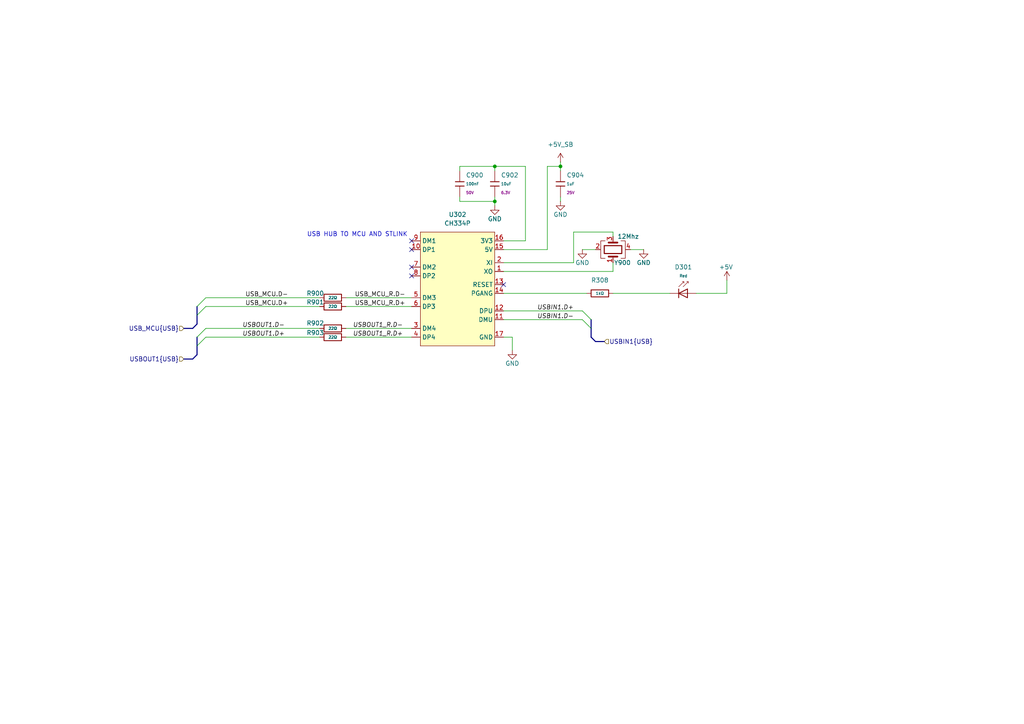
<source format=kicad_sch>
(kicad_sch (version 20250114) (generator "eeschema") (generator_version "9.0")
  (paper "A4")
  (title_block (title "ModuCard power supply unit") (date "2025-08-05") (rev "0") (company "KoNaR") (comment 1 "Base project authors: Dominik Pluta, Artem Horiunov") (comment 2 "Project author: Maciej Chodowiec"))
  (lib_symbols
    (symbol "CH334P:CH334P"
      (property "Reference" "U" (at -8.89 7.62 0))
      (property "Value" "CH334P" (at -1.27 1.27 0))
      (symbol "CH334P_1_1"
        (rectangle (start -10.16 6.35) (end 11.43 -26.67) (fill (type background)))
        (pin input line (at -12.7 3.81 0) (length 2.54) (name "DM1") (number "9"))
        (pin input line (at -12.7 1.27 0) (length 2.54) (name "DP1") (number "10"))
        (pin input line (at -12.7 -3.81 0) (length 2.54) (name "DM2") (number "7"))
        (pin input line (at -12.7 -6.35 0) (length 2.54) (name "DP2") (number "8"))
        (pin input line (at -12.7 -12.7 0) (length 2.54) (name "DM3") (number "5"))
        (pin input line (at -12.7 -15.24 0) (length 2.54) (name "DP3") (number "6"))
        (pin input line (at -12.7 -21.59 0) (length 2.54) (name "DM4") (number "3"))
        (pin input line (at -12.7 -24.13 0) (length 2.54) (name "DP4") (number "4"))
        (pin input line (at 13.97 3.81 180) (length 2.54) (name "3V3") (number "16"))
        (pin input line (at 13.97 1.27 180) (length 2.54) (name "5V") (number "15"))
        (pin input line (at 13.97 -2.54 180) (length 2.54) (name "XI") (number "2"))
        (pin input line (at 13.97 -5.08 180) (length 2.54) (name "XO") (number "1"))
        (pin input line (at 13.97 -8.89 180) (length 2.54) (name "RESET") (number "13"))
        (pin input line (at 13.97 -11.43 180) (length 2.54) (name "PGANG") (number "14"))
        (pin input line (at 13.97 -16.51 180) (length 2.54) (name "DPU") (number "12"))
        (pin input line (at 13.97 -19.05 180) (length 2.54) (name "DMU") (number "11"))
        (pin input line (at 13.97 -24.13 180) (length 2.54) (name "GND") (number "17"))
      )
    )
    (symbol "Device:Crystal_GND24" (pin_names (offset 1.016) (hide yes))
      (property "Reference" "Y" (at 3.175 5.08 0))
      (property "Value" "Crystal_GND24" (at 3.175 3.175 0))
      (symbol "Crystal_GND24_0_1"
        (polyline (pts (xy -2.54 2.286) (xy -2.54 3.556) (xy 2.54 3.556) (xy 2.54 2.286)))
        (polyline (pts (xy -2.54 0) (xy -2.032 0)))
        (polyline (pts (xy -2.54 -2.286) (xy -2.54 -3.556) (xy 2.54 -3.556) (xy 2.54 -2.286)))
        (polyline (pts (xy -2.032 -1.27) (xy -2.032 1.27)) (stroke (width 0.508)))
        (rectangle (start -1.143 2.54) (end 1.143 -2.54) (stroke (width 0.3048)))
        (polyline (pts (xy 0 3.556) (xy 0 3.81)))
        (polyline (pts (xy 0 -3.81) (xy 0 -3.556)))
        (polyline (pts (xy 2.032 0) (xy 2.54 0)))
        (polyline (pts (xy 2.032 -1.27) (xy 2.032 1.27)) (stroke (width 0.508)))
      )
      (symbol "Crystal_GND24_1_1"
        (pin passive line (at -3.81 0 0) (length 1.27) (name "1") (number "1"))
        (pin passive line (at 0 5.08 270) (length 1.27) (name "2") (number "2"))
        (pin passive line (at 0 -5.08 90) (length 1.27) (name "4") (number "4"))
        (pin passive line (at 3.81 0 180) (length 1.27) (name "3") (number "3"))
      )
    )
    (symbol "PCM_JLCPCB-Capacitors:0402,100nF,(2)" (pin_numbers (hide yes)) (pin_names (offset 0))
      (property "Reference" "C" (at 2.032 1.668 0))
      (property "Value" "100nF" (at 2.032 -0.3782 0))
      (property "Voltage Rated" "50V" (at 2.032 -2.0462 0))
      (symbol "0402,100nF,(2)_0_1"
        (polyline (pts (xy -1.27 0.635) (xy 1.27 0.635)) (stroke (width 0.254)))
        (polyline (pts (xy -1.27 -0.635) (xy 1.27 -0.635)) (stroke (width 0.254)))
      )
      (symbol "0402,100nF,(2)_1_1"
        (pin passive line (at 0 3.81 270) (length 3.175) (name "~") (number "1"))
        (pin passive line (at 0 -3.81 90) (length 3.175) (name "~") (number "2"))
      )
    )
    (symbol "PCM_JLCPCB-Capacitors:0402,10uF" (pin_numbers (hide yes)) (pin_names (offset 0))
      (property "Reference" "C" (at 2.032 1.668 0))
      (property "Value" "10uF" (at 2.032 -0.3782 0))
      (property "Voltage Rated" "6.3V" (at 2.032 -2.0462 0))
      (symbol "0402,10uF_0_1"
        (polyline (pts (xy -1.27 0.635) (xy 1.27 0.635)) (stroke (width 0.254)))
        (polyline (pts (xy -1.27 -0.635) (xy 1.27 -0.635)) (stroke (width 0.254)))
      )
      (symbol "0402,10uF_1_1"
        (pin passive line (at 0 3.81 270) (length 3.175) (name "~") (number "1"))
        (pin passive line (at 0 -3.81 90) (length 3.175) (name "~") (number "2"))
      )
    )
    (symbol "PCM_JLCPCB-Capacitors:0402,1uF" (pin_numbers (hide yes)) (pin_names (offset 0))
      (property "Reference" "C" (at 2.032 1.668 0))
      (property "Value" "1uF" (at 2.032 -0.3782 0))
      (property "Voltage Rated" "25V" (at 2.032 -2.0462 0))
      (symbol "0402,1uF_0_1"
        (polyline (pts (xy -1.27 0.635) (xy 1.27 0.635)) (stroke (width 0.254)))
        (polyline (pts (xy -1.27 -0.635) (xy 1.27 -0.635)) (stroke (width 0.254)))
      )
      (symbol "0402,1uF_1_1"
        (pin passive line (at 0 3.81 270) (length 3.175) (name "~") (number "1"))
        (pin passive line (at 0 -3.81 90) (length 3.175) (name "~") (number "2"))
      )
    )
    (symbol "PCM_JLCPCB-Diodes:LED,0603,Red" (pin_numbers (hide yes)) (pin_names (offset 0))
      (property "Reference" "D" (at 2.032 0.834 0))
      (property "Value" "Red" (at 2.032 -1.2122 0))
      (symbol "LED,0603,Red_0_1"
        (polyline (pts (xy -1.905 0) (xy -3.429 1.524) (xy -3.429 1.016) (xy -3.429 1.524) (xy -2.921 1.524)) (stroke (width 0.127)))
        (polyline (pts (xy -1.905 -1.27) (xy -3.429 0.254) (xy -3.429 -0.254) (xy -3.429 0.254) (xy -2.921 0.254)) (stroke (width 0.127)))
        (polyline (pts (xy -1.27 1.27) (xy 0 -1.27) (xy 1.27 1.27) (xy -1.27 1.27)) (stroke (width 0.254)))
        (polyline (pts (xy -1.27 -1.27) (xy 1.27 -1.27)) (stroke (width 0.254)))
      )
      (symbol "LED,0603,Red_1_1"
        (pin passive line (at 0 3.81 270) (length 3.81) (name "~") (number "2"))
        (pin passive line (at 0 -3.81 90) (length 3.81) (name "~") (number "1"))
      )
    )
    (symbol "PCM_JLCPCB-Resistors:0402,1kΩ" (pin_numbers (hide yes)) (pin_names (offset 0))
      (property "Reference" "R" (at 1.778 0 0))
      (property "Value" "1kΩ" (at 0 0 90))
      (symbol "0402,1kΩ_0_1"
        (rectangle (start -1.016 2.54) (end 1.016 -2.54) (stroke (width 0.254)))
      )
      (symbol "0402,1kΩ_1_1"
        (pin passive line (at 0 3.81 270) (length 1.27) (name "~") (number "1"))
        (pin passive line (at 0 -3.81 90) (length 1.27) (name "~") (number "2"))
      )
    )
    (symbol "PCM_JLCPCB-Resistors:0402,22Ω" (pin_numbers (hide yes)) (pin_names (offset 0))
      (property "Reference" "R" (at 1.778 0 0))
      (property "Value" "22Ω" (at 0 0 90))
      (symbol "0402,22Ω_0_1"
        (rectangle (start -1.016 2.54) (end 1.016 -2.54) (stroke (width 0.254)))
      )
      (symbol "0402,22Ω_1_1"
        (pin passive line (at 0 3.81 270) (length 1.27) (name "~") (number "1"))
        (pin passive line (at 0 -3.81 90) (length 1.27) (name "~") (number "2"))
      )
    )
    (symbol "power:+5V" (power) (pin_numbers (hide yes)) (pin_names (offset 0) (hide yes))
      (property "Value" "+5V" (at 0 3.556 0))
      (symbol "+5V_0_1"
        (polyline (pts (xy -0.762 1.27) (xy 0 2.54)))
        (polyline (pts (xy 0 2.54) (xy 0.762 1.27)))
        (polyline (pts (xy 0 0) (xy 0 2.54)))
      )
      (symbol "+5V_1_1"
        (pin power_in line (at 0 0 90) (length 0) (name "~") (number "1"))
      )
    )
    (symbol "power:GND" (power) (pin_numbers (hide yes)) (pin_names (offset 0) (hide yes))
      (property "Value" "GND" (at 0 -3.81 0))
      (symbol "GND_0_1"
        (polyline (pts (xy 0 0) (xy 0 -1.27) (xy 1.27 -1.27) (xy 0 -2.54) (xy -1.27 -1.27) (xy 0 -1.27)))
      )
      (symbol "GND_1_1"
        (pin power_in line (at 0 0 270) (length 0) (name "~") (number "1"))
      )
    )
  )
  (bus_alias "USB" (members "D+" "D-"))
  (text "USB HUB TO MCU AND STLINK" (at 103.632 68.072 0) (effects (font (size 1.27 1.27))))
  (junction (at 162.56 48.26))
  (junction (at 143.51 58.42))
  (junction (at 143.51 48.26))
  (no_connect (at 119.38 80.01))
  (no_connect (at 119.38 77.47))
  (no_connect (at 119.38 69.85))
  (no_connect (at 146.05 82.55))
  (no_connect (at 119.38 72.39))
  (bus_entry (at 59.69 86.36) (size -2.54 2.54))
  (bus_entry (at 171.45 95.25) (size -2.54 -2.54))
  (bus_entry (at 59.69 95.25) (size -2.54 2.54))
  (bus_entry (at 59.69 97.79) (size -2.54 2.54))
  (bus_entry (at 171.45 92.71) (size -2.54 -2.54))
  (bus_entry (at 59.69 88.9) (size -2.54 2.54))
  (wire (pts (xy 133.35 48.26) (xy 143.51 48.26)))
  (wire (pts (xy 59.69 97.79) (xy 92.71 97.79)))
  (wire (pts (xy 182.88 72.39) (xy 186.69 72.39)))
  (wire (pts (xy 59.69 95.25) (xy 92.71 95.25)))
  (wire (pts (xy 158.75 48.26) (xy 158.75 72.39)))
  (wire (pts (xy 146.05 90.17) (xy 168.91 90.17)))
  (wire (pts (xy 201.93 85.09) (xy 210.82 85.09)))
  (bus (pts (xy 57.15 91.44) (xy 57.15 93.98)))
  (wire (pts (xy 168.91 72.39) (xy 172.72 72.39)))
  (wire (pts (xy 143.51 57.15) (xy 143.51 58.42)))
  (bus (pts (xy 53.34 95.25) (xy 55.88 95.25)))
  (wire (pts (xy 162.56 46.99) (xy 162.56 48.26)))
  (bus (pts (xy 57.15 88.9) (xy 57.15 91.44)))
  (wire (pts (xy 166.37 67.31) (xy 177.8 67.31)))
  (wire (pts (xy 152.4 48.26) (xy 152.4 69.85)))
  (wire (pts (xy 143.51 58.42) (xy 143.51 59.69)))
  (wire (pts (xy 146.05 69.85) (xy 152.4 69.85)))
  (bus (pts (xy 57.15 100.33) (xy 57.15 102.87)))
  (bus (pts (xy 172.72 99.06) (xy 171.45 97.79)))
  (bus (pts (xy 57.15 97.79) (xy 57.15 100.33)))
  (wire (pts (xy 146.05 92.71) (xy 168.91 92.71)))
  (wire (pts (xy 146.05 78.74) (xy 177.8 78.74)))
  (wire (pts (xy 210.82 85.09) (xy 210.82 81.28)))
  (wire (pts (xy 59.69 86.36) (xy 92.71 86.36)))
  (bus (pts (xy 53.34 104.14) (xy 55.88 104.14)))
  (wire (pts (xy 133.35 58.42) (xy 143.51 58.42)))
  (wire (pts (xy 148.59 101.6) (xy 148.59 97.79)))
  (wire (pts (xy 133.35 58.42) (xy 133.35 57.15)))
  (wire (pts (xy 152.4 48.26) (xy 143.51 48.26)))
  (bus (pts (xy 57.15 93.98) (xy 55.88 95.25)))
  (wire (pts (xy 100.33 88.9) (xy 119.38 88.9)))
  (wire (pts (xy 162.56 49.53) (xy 162.56 48.26)))
  (wire (pts (xy 146.05 72.39) (xy 158.75 72.39)))
  (wire (pts (xy 146.05 85.09) (xy 170.18 85.09)))
  (wire (pts (xy 148.59 97.79) (xy 146.05 97.79)))
  (wire (pts (xy 133.35 48.26) (xy 133.35 49.53)))
  (wire (pts (xy 100.33 86.36) (xy 119.38 86.36)))
  (bus (pts (xy 172.72 99.06) (xy 175.26 99.06)))
  (wire (pts (xy 143.51 49.53) (xy 143.51 48.26)))
  (bus (pts (xy 171.45 92.71) (xy 171.45 95.25)))
  (wire (pts (xy 177.8 85.09) (xy 194.31 85.09)))
  (bus (pts (xy 57.15 102.87) (xy 55.88 104.14)))
  (wire (pts (xy 146.05 76.2) (xy 166.37 76.2)))
  (wire (pts (xy 166.37 67.31) (xy 166.37 76.2)))
  (wire (pts (xy 100.33 97.79) (xy 119.38 97.79)))
  (wire (pts (xy 59.69 88.9) (xy 92.71 88.9)))
  (wire (pts (xy 100.33 95.25) (xy 119.38 95.25)))
  (wire (pts (xy 177.8 67.31) (xy 177.8 68.58)))
  (wire (pts (xy 177.8 76.2) (xy 177.8 78.74)))
  (bus (pts (xy 171.45 95.25) (xy 171.45 97.79)))
  (wire (pts (xy 162.56 57.15) (xy 162.56 58.42)))
  (wire (pts (xy 158.75 48.26) (xy 162.56 48.26)))
  (label "USBIN1.D-" (at 166.37 92.71 180) (effects (font (italic yes))))
  (label "USB_MCU.D+" (at 71.12 88.9 0))
  (label "USBIN1.D+" (at 166.37 90.17 180) (effects (font (italic yes))))
  (label "USB_MCU_R.D+" (at 102.87 88.9 0))
  (label "USB_MCU_R.D-" (at 102.87 86.36 0))
  (label "USB_MCU.D-" (at 71.12 86.36 0))
  (label "USBOUT1.D-" (at 82.55 95.25 180) (effects (font (italic yes))))
  (label "USBOUT1_R.D+" (at 116.84 97.79 180) (effects (font (italic yes))))
  (label "USBOUT1.D+" (at 82.55 97.79 180) (effects (font (italic yes))))
  (label "USBOUT1_R.D-" (at 116.84 95.25 180) (effects (font (italic yes))))
  (hierarchical_label "USBIN1{USB}" (shape input) (at 175.26 99.06 0))
  (hierarchical_label "USBOUT1{USB}" (shape input) (at 53.34 104.14 180))
  (hierarchical_label "USB_MCU{USB}" (shape input) (at 53.34 95.25 180))
  (symbol (lib_id "PCM_JLCPCB-Resistors:0402,22Ω") (at 96.52 86.36 90) (unit 1)
    (property "Reference" "R900" (at 91.44 85.09 90))
    (property "Value" "22Ω" (at 96.52 86.36 90) (effects (font (size 0.8 0.8))))
    (property "Footprint" "PCM_JLCPCB:R_0402" (effects (hide yes)))
    (property "Datasheet" "https://www.lcsc.com/datasheet/lcsc_datasheet_2205311900_UNI-ROYAL-Uniroyal-Elec-0402WGF220JTCE_C25092.pdf" (effects (hide yes)))
    (property "Description" "62.5mW Thick Film Resistors 50V ±1% ±100ppm/°C 22Ω 0402 Chip Resistor - Surface Mount ROHS" (effects (hide yes)))
    (property "LCSC" "C25092" (effects (hide yes)))
    (property "Stock" "7466061" (effects (hide yes)))
    (property "Price" "0.004USD" (effects (hide yes)))
    (property "Process" "SMT" (effects (hide yes)))
    (property "Minimum Qty" "20" (effects (hide yes)))
    (property "Attrition Qty" "10" (effects (hide yes)))
    (property "Class" "Basic Component" (effects (hide yes)))
    (property "Category" "Resistors,Chip Resistor - Surface Mount" (effects (hide yes)))
    (property "Manufacturer" "UNI-ROYAL(Uniroyal Elec)" (effects (hide yes)))
    (property "Part" "0402WGF220JTCE" (effects (hide yes)))
    (property "Resistance" "22Ω" (effects (hide yes)))
    (property "Power(Watts)" "62.5mW" (effects (hide yes)))
    (property "Type" "Thick Film Resistors" (effects (hide yes)))
    (property "Overload Voltage (Max)" "50V" (effects (hide yes)))
    (property "Operating Temperature Range" "-55°C~+155°C" (effects (hide yes)))
    (property "Tolerance" "±1%" (effects (hide yes)))
    (property "Temperature Coefficient" "±100ppm/°C" (effects (hide yes)))
  )
  (symbol (lib_id "power:GND") (at 186.69 72.39 0) (unit 1)
    (property "Reference" "#PWR0901" (effects (hide yes)))
    (property "Value" "GND" (at 186.69 76.2 0))
    (property "Description" "Power symbol creates a global label with name \"GND\" , ground" (effects (hide yes)))
  )
  (symbol (lib_id "power:GND") (at 143.51 59.69 0) (unit 1)
    (property "Reference" "#PWR0905" (effects (hide yes)))
    (property "Value" "GND" (at 143.51 63.5 0))
    (property "Description" "Power symbol creates a global label with name \"GND\" , ground" (effects (hide yes)))
  )
  (symbol (lib_id "PCM_JLCPCB-Capacitors:0402,100nF,(2)") (at 133.35 53.34 0) (unit 1)
    (property "Reference" "C900" (at 135.128 50.7999 0) (effects (justify left)))
    (property "Value" "100nF" (at 135.128 53.34 0) (effects (font (size 0.8 0.8)) (justify left)))
    (property "Footprint" "PCM_JLCPCB:C_0402" (effects (hide yes)))
    (property "Datasheet" "https://www.lcsc.com/datasheet/lcsc_datasheet_2304140030_Samsung-Electro-Mechanics-CL05B104KB54PNC_C307331.pdf" (effects (hide yes)))
    (property "Description" "50V 100nF X7R ±10% 0402 Multilayer Ceramic Capacitors MLCC - SMD/SMT ROHS" (effects (hide yes)))
    (property "LCSC" "C307331" (effects (hide yes)))
    (property "Stock" "8389599" (effects (hide yes)))
    (property "Price" "0.008USD" (effects (hide yes)))
    (property "Process" "SMT" (effects (hide yes)))
    (property "Minimum Qty" "20" (effects (hide yes)))
    (property "Attrition Qty" "10" (effects (hide yes)))
    (property "Class" "Basic Component" (effects (hide yes)))
    (property "Category" "Capacitors,Multilayer Ceramic Capacitors MLCC - SMD/SMT" (effects (hide yes)))
    (property "Manufacturer" "Samsung Electro-Mechanics" (effects (hide yes)))
    (property "Part" "CL05B104KB54PNC" (effects (hide yes)))
    (property "Voltage Rated" "50V" (at 135.128 55.88 0) (effects (font (size 0.8 0.8)) (justify left)))
    (property "Tolerance" "±10%" (effects (hide yes)))
    (property "Capacitance" "100nF" (effects (hide yes)))
    (property "Temperature Coefficient" "X7R" (effects (hide yes)))
  )
  (symbol (lib_id "PCM_JLCPCB-Capacitors:0402,1uF") (at 162.56 53.34 0) (unit 1)
    (property "Reference" "C904" (at 164.338 50.8 0) (effects (justify left)))
    (property "Value" "1uF" (at 164.338 53.3401 0) (effects (font (size 0.8 0.8)) (justify left)))
    (property "Footprint" "PCM_JLCPCB:C_0402" (effects (hide yes)))
    (property "Datasheet" "https://www.lcsc.com/datasheet/lcsc_datasheet_2304140030_Samsung-Electro-Mechanics-CL05A105KA5NQNC_C52923.pdf" (effects (hide yes)))
    (property "Description" "25V 1uF X5R ±10% 0402 Multilayer Ceramic Capacitors MLCC - SMD/SMT ROHS" (effects (hide yes)))
    (property "LCSC" "C52923" (effects (hide yes)))
    (property "Stock" "7021828" (effects (hide yes)))
    (property "Price" "0.006USD" (effects (hide yes)))
    (property "Process" "SMT" (effects (hide yes)))
    (property "Minimum Qty" "20" (effects (hide yes)))
    (property "Attrition Qty" "10" (effects (hide yes)))
    (property "Class" "Basic Component" (effects (hide yes)))
    (property "Category" "Capacitors,Multilayer Ceramic Capacitors MLCC - SMD/SMT" (effects (hide yes)))
    (property "Manufacturer" "Samsung Electro-Mechanics" (effects (hide yes)))
    (property "Part" "CL05A105KA5NQNC" (effects (hide yes)))
    (property "Voltage Rated" "25V" (at 164.338 55.8801 0) (effects (font (size 0.8 0.8)) (justify left)))
    (property "Tolerance" "±10%" (effects (hide yes)))
    (property "Capacitance" "1uF" (effects (hide yes)))
    (property "Temperature Coefficient" "X5R" (effects (hide yes)))
  )
  (symbol (lib_id "CH334P:CH334P") (at 132.08 73.66 0) (unit 1)
    (property "Reference" "U302" (at 132.715 62.23 0))
    (property "Value" "CH334P" (at 132.715 64.77 0))
    (property "Footprint" "Package_DFN_QFN:QFN-16-1EP_3x3mm_P0.5mm_EP1.7x1.7mm" (effects (hide yes)))
    (property "Datasheet" "https://www.lcsc.com/datasheet/lcsc_datasheet_2408131044_WCH-Jiangsu-Qin-Heng-CH334P_C5373042.pdf" (effects (hide yes)))
    (property "Description" "4 Port Hub with MTT" (effects (hide yes)))
    (property "LCSC" "C5373042" (effects (hide yes)))
  )
  (symbol (lib_id "PCM_JLCPCB-Resistors:0402,22Ω") (at 96.52 95.25 90) (unit 1)
    (property "Reference" "R902" (at 91.44 93.726 90))
    (property "Value" "22Ω" (at 96.52 95.25 90) (effects (font (size 0.8 0.8))))
    (property "Footprint" "PCM_JLCPCB:R_0402" (effects (hide yes)))
    (property "Datasheet" "https://www.lcsc.com/datasheet/lcsc_datasheet_2205311900_UNI-ROYAL-Uniroyal-Elec-0402WGF220JTCE_C25092.pdf" (effects (hide yes)))
    (property "Description" "62.5mW Thick Film Resistors 50V ±1% ±100ppm/°C 22Ω 0402 Chip Resistor - Surface Mount ROHS" (effects (hide yes)))
    (property "LCSC" "C25092" (effects (hide yes)))
    (property "Stock" "7466061" (effects (hide yes)))
    (property "Price" "0.004USD" (effects (hide yes)))
    (property "Process" "SMT" (effects (hide yes)))
    (property "Minimum Qty" "20" (effects (hide yes)))
    (property "Attrition Qty" "10" (effects (hide yes)))
    (property "Class" "Basic Component" (effects (hide yes)))
    (property "Category" "Resistors,Chip Resistor - Surface Mount" (effects (hide yes)))
    (property "Manufacturer" "UNI-ROYAL(Uniroyal Elec)" (effects (hide yes)))
    (property "Part" "0402WGF220JTCE" (effects (hide yes)))
    (property "Resistance" "22Ω" (effects (hide yes)))
    (property "Power(Watts)" "62.5mW" (effects (hide yes)))
    (property "Type" "Thick Film Resistors" (effects (hide yes)))
    (property "Overload Voltage (Max)" "50V" (effects (hide yes)))
    (property "Operating Temperature Range" "-55°C~+155°C" (effects (hide yes)))
    (property "Tolerance" "±1%" (effects (hide yes)))
    (property "Temperature Coefficient" "±100ppm/°C" (effects (hide yes)))
  )
  (symbol (lib_id "PCM_JLCPCB-Resistors:0402,22Ω") (at 96.52 97.79 90) (unit 1)
    (property "Reference" "R903" (at 91.44 96.52 90))
    (property "Value" "22Ω" (at 96.52 97.79 90) (effects (font (size 0.8 0.8))))
    (property "Footprint" "PCM_JLCPCB:R_0402" (effects (hide yes)))
    (property "Datasheet" "https://www.lcsc.com/datasheet/lcsc_datasheet_2205311900_UNI-ROYAL-Uniroyal-Elec-0402WGF220JTCE_C25092.pdf" (effects (hide yes)))
    (property "Description" "62.5mW Thick Film Resistors 50V ±1% ±100ppm/°C 22Ω 0402 Chip Resistor - Surface Mount ROHS" (effects (hide yes)))
    (property "LCSC" "C25092" (effects (hide yes)))
    (property "Stock" "7466061" (effects (hide yes)))
    (property "Price" "0.004USD" (effects (hide yes)))
    (property "Process" "SMT" (effects (hide yes)))
    (property "Minimum Qty" "20" (effects (hide yes)))
    (property "Attrition Qty" "10" (effects (hide yes)))
    (property "Class" "Basic Component" (effects (hide yes)))
    (property "Category" "Resistors,Chip Resistor - Surface Mount" (effects (hide yes)))
    (property "Manufacturer" "UNI-ROYAL(Uniroyal Elec)" (effects (hide yes)))
    (property "Part" "0402WGF220JTCE" (effects (hide yes)))
    (property "Resistance" "22Ω" (effects (hide yes)))
    (property "Power(Watts)" "62.5mW" (effects (hide yes)))
    (property "Type" "Thick Film Resistors" (effects (hide yes)))
    (property "Overload Voltage (Max)" "50V" (effects (hide yes)))
    (property "Operating Temperature Range" "-55°C~+155°C" (effects (hide yes)))
    (property "Tolerance" "±1%" (effects (hide yes)))
    (property "Temperature Coefficient" "±100ppm/°C" (effects (hide yes)))
  )
  (symbol (lib_id "PCM_JLCPCB-Resistors:0402,22Ω") (at 96.52 88.9 90) (unit 1)
    (property "Reference" "R901" (at 91.44 87.63 90))
    (property "Value" "22Ω" (at 96.52 88.9 90) (effects (font (size 0.8 0.8))))
    (property "Footprint" "PCM_JLCPCB:R_0402" (effects (hide yes)))
    (property "Datasheet" "https://www.lcsc.com/datasheet/lcsc_datasheet_2205311900_UNI-ROYAL-Uniroyal-Elec-0402WGF220JTCE_C25092.pdf" (effects (hide yes)))
    (property "Description" "62.5mW Thick Film Resistors 50V ±1% ±100ppm/°C 22Ω 0402 Chip Resistor - Surface Mount ROHS" (effects (hide yes)))
    (property "LCSC" "C25092" (effects (hide yes)))
    (property "Stock" "7466061" (effects (hide yes)))
    (property "Price" "0.004USD" (effects (hide yes)))
    (property "Process" "SMT" (effects (hide yes)))
    (property "Minimum Qty" "20" (effects (hide yes)))
    (property "Attrition Qty" "10" (effects (hide yes)))
    (property "Class" "Basic Component" (effects (hide yes)))
    (property "Category" "Resistors,Chip Resistor - Surface Mount" (effects (hide yes)))
    (property "Manufacturer" "UNI-ROYAL(Uniroyal Elec)" (effects (hide yes)))
    (property "Part" "0402WGF220JTCE" (effects (hide yes)))
    (property "Resistance" "22Ω" (effects (hide yes)))
    (property "Power(Watts)" "62.5mW" (effects (hide yes)))
    (property "Type" "Thick Film Resistors" (effects (hide yes)))
    (property "Overload Voltage (Max)" "50V" (effects (hide yes)))
    (property "Operating Temperature Range" "-55°C~+155°C" (effects (hide yes)))
    (property "Tolerance" "±1%" (effects (hide yes)))
    (property "Temperature Coefficient" "±100ppm/°C" (effects (hide yes)))
  )
  (symbol (lib_id "power:GND") (at 148.59 101.6 0) (unit 1)
    (property "Reference" "#PWR0329" (effects (hide yes)))
    (property "Value" "GND" (at 148.59 105.41 0))
    (property "Description" "Power symbol creates a global label with name \"GND\" , ground" (effects (hide yes)))
  )
  (symbol (lib_id "PCM_JLCPCB-Diodes:LED,0603,Red") (at 198.12 85.09 270) (unit 1)
    (property "Reference" "D301" (at 198.2152 77.47 90))
    (property "Value" "Red" (at 198.2152 80.01 90) (effects (font (size 0.8 0.8))))
    (property "Footprint" "PCM_JLCPCB:D_0603" (effects (hide yes)))
    (property "Datasheet" "https://www.lcsc.com/datasheet/lcsc_datasheet_1810231112_Hubei-KENTO-Elec-KT-0603R_C2286.pdf" (effects (hide yes)))
    (property "Description" "-40°C~+85°C Red 0603 LED Indication - Discrete ROHS" (effects (hide yes)))
    (property "LCSC" "C2286" (effects (hide yes)))
    (property "Stock" "5373336" (effects (hide yes)))
    (property "Price" "0.009USD" (effects (hide yes)))
    (property "Process" "SMT" (effects (hide yes)))
    (property "Minimum Qty" "20" (effects (hide yes)))
    (property "Attrition Qty" "10" (effects (hide yes)))
    (property "Class" "Basic Component" (effects (hide yes)))
    (property "Category" "Optocouplers & LEDs & Infrared,Light Emitting Diodes (LED)" (effects (hide yes)))
    (property "Manufacturer" "Hubei KENTO Elec" (effects (hide yes)))
    (property "Part" "KT-0603R" (effects (hide yes)))
  )
  (symbol (lib_id "PCM_JLCPCB-Capacitors:0402,10uF") (at 143.51 53.34 0) (unit 1)
    (property "Reference" "C902" (at 145.288 50.7999 0) (effects (justify left)))
    (property "Value" "10uF" (at 145.288 53.34 0) (effects (font (size 0.8 0.8)) (justify left)))
    (property "Footprint" "PCM_JLCPCB:C_0402" (effects (hide yes)))
    (property "Datasheet" "https://www.lcsc.com/datasheet/lcsc_datasheet_2208231630_Samsung-Electro-Mechanics-CL05A106MQ5NUNC_C15525.pdf" (effects (hide yes)))
    (property "Description" "6.3V 10uF X5R ±20% 0402 Multilayer Ceramic Capacitors MLCC - SMD/SMT ROHS" (effects (hide yes)))
    (property "LCSC" "C15525" (effects (hide yes)))
    (property "Stock" "3940889" (effects (hide yes)))
    (property "Price" "0.009USD" (effects (hide yes)))
    (property "Process" "SMT" (effects (hide yes)))
    (property "Minimum Qty" "20" (effects (hide yes)))
    (property "Attrition Qty" "10" (effects (hide yes)))
    (property "Class" "Basic Component" (effects (hide yes)))
    (property "Category" "Capacitors,Multilayer Ceramic Capacitors MLCC - SMD/SMT" (effects (hide yes)))
    (property "Manufacturer" "Samsung Electro-Mechanics" (effects (hide yes)))
    (property "Part" "CL05A106MQ5NUNC" (effects (hide yes)))
    (property "Voltage Rated" "6.3V" (at 145.288 55.88 0) (effects (font (size 0.8 0.8)) (justify left)))
    (property "Tolerance" "±20%" (effects (hide yes)))
    (property "Capacitance" "10uF" (effects (hide yes)))
    (property "Temperature Coefficient" "X5R" (effects (hide yes)))
  )
  (symbol (lib_id "power:GND") (at 162.56 58.42 0) (mirror y) (unit 1)
    (property "Reference" "#PWR0904" (effects (hide yes)))
    (property "Value" "GND" (at 162.56 62.23 0))
    (property "Description" "Power symbol creates a global label with name \"GND\" , ground" (effects (hide yes)))
  )
  (symbol (lib_id "power:GND") (at 168.91 72.39 0) (unit 1)
    (property "Reference" "#PWR0900" (effects (hide yes)))
    (property "Value" "GND" (at 168.91 76.2 0))
    (property "Description" "Power symbol creates a global label with name \"GND\" , ground" (effects (hide yes)))
  )
  (symbol (lib_id "PCM_JLCPCB-Resistors:0402,1kΩ") (at 173.99 85.09 90) (unit 1)
    (property "Reference" "R308" (at 173.99 81.28 90))
    (property "Value" "1kΩ" (at 173.99 85.09 90) (effects (font (size 0.8 0.8))))
    (property "Footprint" "PCM_JLCPCB:R_0402" (effects (hide yes)))
    (property "Datasheet" "https://www.lcsc.com/datasheet/lcsc_datasheet_2206010216_UNI-ROYAL-Uniroyal-Elec-0402WGF1001TCE_C11702.pdf" (effects (hide yes)))
    (property "Description" "62.5mW Thick Film Resistors 50V ±100ppm/°C ±1% 1kΩ 0402 Chip Resistor - Surface Mount ROHS" (effects (hide yes)))
    (property "LCSC" "C11702" (effects (hide yes)))
    (property "Stock" "13226393" (effects (hide yes)))
    (property "Price" "0.004USD" (effects (hide yes)))
    (property "Process" "SMT" (effects (hide yes)))
    (property "Minimum Qty" "20" (effects (hide yes)))
    (property "Attrition Qty" "10" (effects (hide yes)))
    (property "Class" "Basic Component" (effects (hide yes)))
    (property "Category" "Resistors,Chip Resistor - Surface Mount" (effects (hide yes)))
    (property "Manufacturer" "UNI-ROYAL(Uniroyal Elec)" (effects (hide yes)))
    (property "Part" "0402WGF1001TCE" (effects (hide yes)))
    (property "Resistance" "1kΩ" (effects (hide yes)))
    (property "Power(Watts)" "62.5mW" (effects (hide yes)))
    (property "Type" "Thick Film Resistors" (effects (hide yes)))
    (property "Overload Voltage (Max)" "50V" (effects (hide yes)))
    (property "Operating Temperature Range" "-55°C~+155°C" (effects (hide yes)))
    (property "Tolerance" "±1%" (effects (hide yes)))
    (property "Temperature Coefficient" "±100ppm/°C" (effects (hide yes)))
  )
  (symbol (lib_id "Device:Crystal_GND24") (at 177.8 72.39 90) (unit 1)
    (property "Reference" "Y900" (at 178.054 76.2 90) (effects (justify right)))
    (property "Value" "12Mhz" (at 179.07 68.58 90) (effects (justify right)))
    (property "Footprint" "Crystal:Crystal_SMD_3225-4Pin_3.2x2.5mm" (effects (hide yes)))
    (property "Description" "Four pin crystal, GND on pins 2 and 4" (effects (hide yes)))
    (property "LCSC" "C70565" (effects (hide yes)))
  )
  (symbol (lib_id "power:+5V") (at 162.56 46.99 0) (unit 1)
    (property "Reference" "#PWR0539" (effects (hide yes)))
    (property "Value" "+5V_SB" (at 162.56 41.91 0))
    (property "Description" "Power symbol creates a global label with name \"+5V\"" (effects (hide yes)))
  )
  (symbol (lib_id "power:+5V") (at 210.82 81.28 0) (unit 1)
    (property "Reference" "#PWR0328" (effects (hide yes)))
    (property "Value" "+5V" (at 210.566 77.47 0))
    (property "Description" "Power symbol creates a global label with name \"+5V\"" (effects (hide yes)))
  )
)
</source>
